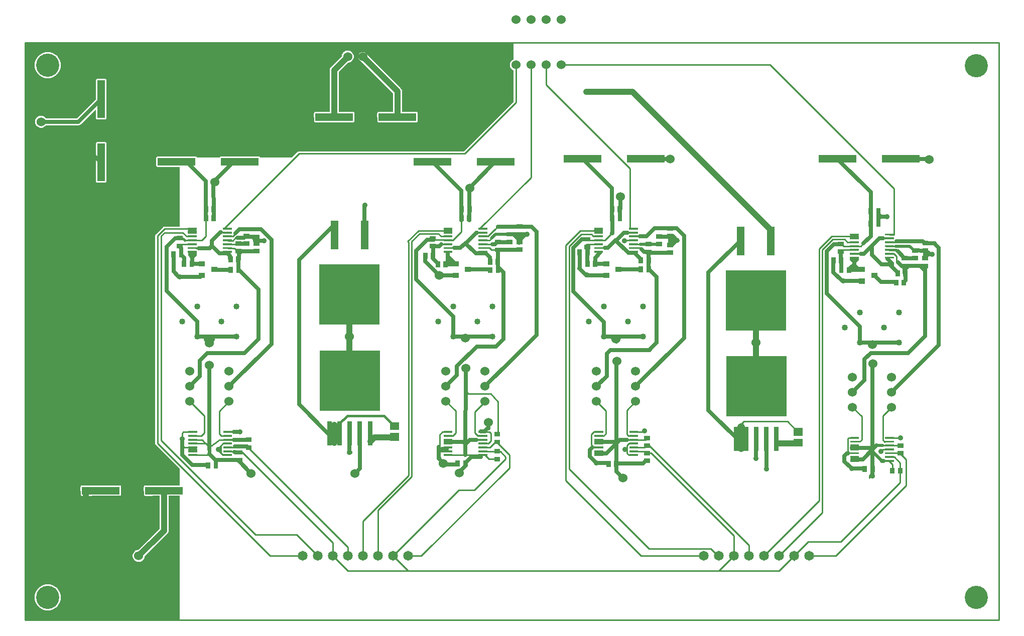
<source format=gbr>
G04 start of page 2 for group 0 idx 0 *
G04 Title: (unknown), component *
G04 Creator: pcb 20110918 *
G04 CreationDate: Mon May 14 21:02:36 2012 UTC *
G04 For: mldelibero *
G04 Format: Gerber/RS-274X *
G04 PCB-Dimensions: 2000000 2000000 *
G04 PCB-Coordinate-Origin: lower left *
%MOIN*%
%FSLAX25Y25*%
%LNTOP*%
%ADD32C,0.0450*%
%ADD31C,0.0230*%
%ADD30C,0.1500*%
%ADD29C,0.0350*%
%ADD28C,0.1540*%
%ADD27C,0.0360*%
%ADD26R,0.0512X0.0512*%
%ADD25R,0.0300X0.0300*%
%ADD24R,0.0500X0.0500*%
%ADD23R,0.0130X0.0130*%
%ADD22R,0.0340X0.0340*%
%ADD21R,0.0295X0.0295*%
%ADD20C,0.0650*%
%ADD19C,0.0600*%
%ADD18C,0.0500*%
%ADD17C,0.0150*%
%ADD16C,0.0200*%
%ADD15C,0.0300*%
%ADD14C,0.0400*%
%ADD13C,0.0250*%
%ADD12C,0.0001*%
%ADD11C,0.0100*%
G54D11*X74100Y1553000D02*X720700D01*
Y1936800D01*
X74100D02*X720700D01*
X74100D02*Y1553000D01*
G54D12*G36*
X124600Y1936800D02*X176900D01*
Y1861196D01*
X162043Y1861191D01*
X161890Y1861154D01*
X161745Y1861094D01*
X161610Y1861012D01*
X161491Y1860909D01*
X161388Y1860790D01*
X161306Y1860655D01*
X161246Y1860510D01*
X161209Y1860357D01*
X161200Y1860200D01*
X161209Y1855043D01*
X161246Y1854890D01*
X161306Y1854745D01*
X161388Y1854610D01*
X161491Y1854491D01*
X161610Y1854388D01*
X161745Y1854306D01*
X161890Y1854246D01*
X162043Y1854209D01*
X162200Y1854200D01*
X176900Y1854205D01*
Y1814577D01*
X167900D01*
X167789Y1814570D01*
X167677Y1814577D01*
X166759D01*
X166700Y1814582D01*
X166465Y1814563D01*
X166235Y1814508D01*
X166017Y1814418D01*
X165816Y1814294D01*
X165815Y1814294D01*
X165636Y1814141D01*
X165598Y1814096D01*
X160932Y1809430D01*
X160887Y1809392D01*
X160734Y1809212D01*
X160610Y1809011D01*
X160520Y1808793D01*
X160465Y1808563D01*
X160465Y1808563D01*
X160446Y1808328D01*
X160451Y1808269D01*
Y1670659D01*
X160446Y1670600D01*
X160465Y1670365D01*
X160520Y1670135D01*
X160610Y1669917D01*
X160734Y1669716D01*
X160887Y1669536D01*
X160932Y1669498D01*
X176900Y1653530D01*
Y1642599D01*
X153743Y1642591D01*
X153590Y1642554D01*
X153445Y1642494D01*
X153310Y1642412D01*
X153191Y1642309D01*
X153088Y1642190D01*
X153006Y1642055D01*
X152946Y1641910D01*
X152909Y1641757D01*
X152900Y1641600D01*
X152909Y1636443D01*
X152946Y1636290D01*
X153006Y1636145D01*
X153088Y1636010D01*
X153191Y1635891D01*
X153310Y1635788D01*
X153445Y1635706D01*
X153590Y1635646D01*
X153743Y1635609D01*
X153900Y1635600D01*
X163400Y1635603D01*
Y1613843D01*
X149250Y1599693D01*
X148872Y1599663D01*
X148260Y1599516D01*
X147678Y1599275D01*
X147142Y1598946D01*
X146663Y1598537D01*
X146254Y1598058D01*
X145925Y1597522D01*
X145684Y1596940D01*
X145537Y1596328D01*
X145488Y1595700D01*
X145537Y1595072D01*
X145684Y1594460D01*
X145925Y1593878D01*
X146254Y1593342D01*
X146663Y1592863D01*
X147142Y1592454D01*
X147678Y1592125D01*
X148260Y1591884D01*
X148872Y1591737D01*
X149500Y1591688D01*
X150128Y1591737D01*
X150740Y1591884D01*
X151322Y1592125D01*
X151858Y1592454D01*
X152337Y1592863D01*
X152746Y1593342D01*
X153075Y1593878D01*
X153316Y1594460D01*
X153463Y1595072D01*
X153485Y1595442D01*
X168438Y1610396D01*
X168528Y1610472D01*
X168834Y1610831D01*
X168835Y1610831D01*
X169081Y1611234D01*
X169262Y1611670D01*
X169372Y1612129D01*
X169409Y1612600D01*
X169400Y1612718D01*
Y1635606D01*
X176900Y1635608D01*
Y1553100D01*
X124600D01*
Y1635605D01*
X137057Y1635609D01*
X137210Y1635646D01*
X137355Y1635706D01*
X137490Y1635788D01*
X137609Y1635891D01*
X137712Y1636010D01*
X137794Y1636145D01*
X137854Y1636290D01*
X137891Y1636443D01*
X137900Y1636600D01*
X137891Y1641757D01*
X137854Y1641910D01*
X137794Y1642055D01*
X137712Y1642190D01*
X137609Y1642309D01*
X137490Y1642412D01*
X137355Y1642494D01*
X137210Y1642554D01*
X137057Y1642591D01*
X136900Y1642600D01*
X124600Y1642595D01*
Y1843704D01*
X127257Y1843709D01*
X127410Y1843746D01*
X127555Y1843806D01*
X127690Y1843888D01*
X127809Y1843991D01*
X127912Y1844110D01*
X127994Y1844245D01*
X128054Y1844390D01*
X128091Y1844543D01*
X128100Y1844700D01*
X128091Y1869857D01*
X128054Y1870010D01*
X127994Y1870155D01*
X127912Y1870290D01*
X127809Y1870409D01*
X127690Y1870512D01*
X127555Y1870594D01*
X127410Y1870654D01*
X127257Y1870691D01*
X127100Y1870700D01*
X124600Y1870696D01*
Y1885704D01*
X127257Y1885709D01*
X127410Y1885746D01*
X127555Y1885806D01*
X127690Y1885888D01*
X127809Y1885991D01*
X127912Y1886110D01*
X127994Y1886245D01*
X128054Y1886390D01*
X128091Y1886543D01*
X128100Y1886700D01*
X128091Y1911857D01*
X128054Y1912010D01*
X127994Y1912155D01*
X127912Y1912290D01*
X127809Y1912409D01*
X127690Y1912512D01*
X127555Y1912594D01*
X127410Y1912654D01*
X127257Y1912691D01*
X127100Y1912700D01*
X124600Y1912696D01*
Y1936800D01*
G37*
G36*
X89087Y1881850D02*X109412D01*
X109500Y1881843D01*
X109853Y1881871D01*
X109853Y1881871D01*
X110197Y1881954D01*
X110525Y1882089D01*
X110827Y1882274D01*
X111096Y1882504D01*
X111153Y1882571D01*
X121107Y1892525D01*
X121109Y1886543D01*
X121146Y1886390D01*
X121206Y1886245D01*
X121288Y1886110D01*
X121391Y1885991D01*
X121510Y1885888D01*
X121645Y1885806D01*
X121790Y1885746D01*
X121943Y1885709D01*
X122100Y1885700D01*
X124600Y1885704D01*
Y1870696D01*
X121943Y1870691D01*
X121790Y1870654D01*
X121645Y1870594D01*
X121510Y1870512D01*
X121391Y1870409D01*
X121288Y1870290D01*
X121206Y1870155D01*
X121146Y1870010D01*
X121109Y1869857D01*
X121100Y1869700D01*
X121109Y1844543D01*
X121146Y1844390D01*
X121206Y1844245D01*
X121288Y1844110D01*
X121391Y1843991D01*
X121510Y1843888D01*
X121645Y1843806D01*
X121790Y1843746D01*
X121943Y1843709D01*
X122100Y1843700D01*
X124600Y1843704D01*
Y1642595D01*
X111743Y1642591D01*
X111590Y1642554D01*
X111445Y1642494D01*
X111310Y1642412D01*
X111191Y1642309D01*
X111088Y1642190D01*
X111006Y1642055D01*
X110946Y1641910D01*
X110909Y1641757D01*
X110900Y1641600D01*
X110909Y1636443D01*
X110946Y1636290D01*
X111006Y1636145D01*
X111088Y1636010D01*
X111191Y1635891D01*
X111310Y1635788D01*
X111445Y1635706D01*
X111590Y1635646D01*
X111743Y1635609D01*
X111900Y1635600D01*
X124600Y1635605D01*
Y1553100D01*
X89087D01*
Y1559374D01*
X89100Y1559373D01*
X90465Y1559481D01*
X91797Y1559800D01*
X93062Y1560324D01*
X94230Y1561040D01*
X95271Y1561929D01*
X96160Y1562970D01*
X96876Y1564138D01*
X97400Y1565403D01*
X97719Y1566735D01*
X97800Y1568100D01*
X97719Y1569465D01*
X97400Y1570797D01*
X96876Y1572062D01*
X96160Y1573230D01*
X95271Y1574271D01*
X94230Y1575160D01*
X93062Y1575876D01*
X91797Y1576400D01*
X90465Y1576719D01*
X89100Y1576827D01*
X89087Y1576826D01*
Y1881850D01*
G37*
G36*
Y1936800D02*X124600D01*
Y1912696D01*
X121943Y1912691D01*
X121790Y1912654D01*
X121645Y1912594D01*
X121510Y1912512D01*
X121391Y1912409D01*
X121288Y1912290D01*
X121206Y1912155D01*
X121146Y1912010D01*
X121109Y1911857D01*
X121100Y1911700D01*
X121105Y1898887D01*
X108568Y1886350D01*
X89087D01*
Y1913074D01*
X89100Y1913073D01*
X90465Y1913181D01*
X91797Y1913500D01*
X93062Y1914024D01*
X94230Y1914740D01*
X95271Y1915629D01*
X96160Y1916670D01*
X96876Y1917838D01*
X97400Y1919103D01*
X97719Y1920435D01*
X97800Y1921800D01*
X97719Y1923165D01*
X97400Y1924497D01*
X96876Y1925762D01*
X96160Y1926930D01*
X95271Y1927971D01*
X94230Y1928860D01*
X93062Y1929576D01*
X91797Y1930100D01*
X90465Y1930419D01*
X89100Y1930527D01*
X89087Y1930526D01*
Y1936800D01*
G37*
G36*
X74100D02*X89087D01*
Y1930526D01*
X87735Y1930419D01*
X86403Y1930100D01*
X85138Y1929576D01*
X83970Y1928860D01*
X82929Y1927971D01*
X82040Y1926930D01*
X81324Y1925762D01*
X80800Y1924497D01*
X80481Y1923165D01*
X80373Y1921800D01*
X80481Y1920435D01*
X80800Y1919103D01*
X81324Y1917838D01*
X82040Y1916670D01*
X82929Y1915629D01*
X83970Y1914740D01*
X85138Y1914024D01*
X86403Y1913500D01*
X87735Y1913181D01*
X89087Y1913074D01*
Y1886350D01*
X88074D01*
X87946Y1886558D01*
X87537Y1887037D01*
X87058Y1887446D01*
X86522Y1887775D01*
X85940Y1888016D01*
X85328Y1888163D01*
X84700Y1888212D01*
X84072Y1888163D01*
X83460Y1888016D01*
X82878Y1887775D01*
X82342Y1887446D01*
X81863Y1887037D01*
X81454Y1886558D01*
X81125Y1886022D01*
X80884Y1885440D01*
X80737Y1884828D01*
X80688Y1884200D01*
X80737Y1883572D01*
X80884Y1882960D01*
X81125Y1882378D01*
X81454Y1881842D01*
X81863Y1881363D01*
X82342Y1880954D01*
X82878Y1880625D01*
X83460Y1880384D01*
X84072Y1880237D01*
X84700Y1880188D01*
X85328Y1880237D01*
X85940Y1880384D01*
X86522Y1880625D01*
X87058Y1880954D01*
X87537Y1881363D01*
X87946Y1881842D01*
X87951Y1881850D01*
X89087D01*
Y1576826D01*
X87735Y1576719D01*
X86403Y1576400D01*
X85138Y1575876D01*
X83970Y1575160D01*
X82929Y1574271D01*
X82040Y1573230D01*
X81324Y1572062D01*
X80800Y1570797D01*
X80481Y1569465D01*
X80373Y1568100D01*
X80481Y1566735D01*
X80800Y1565403D01*
X81324Y1564138D01*
X82040Y1562970D01*
X82929Y1561929D01*
X83970Y1561040D01*
X85138Y1560324D01*
X86403Y1559800D01*
X87735Y1559481D01*
X89087Y1559374D01*
Y1553100D01*
X74100D01*
Y1936800D01*
G37*
G36*
X315095Y1906462D02*X318400Y1903157D01*
Y1890794D01*
X315095Y1890793D01*
Y1906462D01*
G37*
G36*
Y1936800D02*X398300D01*
Y1925625D01*
X398178Y1925575D01*
X397642Y1925246D01*
X397163Y1924837D01*
X396754Y1924358D01*
X396425Y1923822D01*
X396184Y1923240D01*
X396037Y1922628D01*
X395988Y1922000D01*
X396037Y1921372D01*
X396184Y1920760D01*
X396425Y1920178D01*
X396754Y1919642D01*
X397163Y1919163D01*
X397642Y1918754D01*
X398178Y1918425D01*
X398300Y1918375D01*
Y1897521D01*
X365379Y1864600D01*
X315095D01*
Y1883802D01*
X334057Y1883809D01*
X334210Y1883846D01*
X334355Y1883906D01*
X334490Y1883988D01*
X334609Y1884091D01*
X334712Y1884210D01*
X334794Y1884345D01*
X334854Y1884490D01*
X334891Y1884643D01*
X334900Y1884800D01*
X334891Y1889957D01*
X334854Y1890110D01*
X334794Y1890255D01*
X334712Y1890390D01*
X334609Y1890509D01*
X334490Y1890612D01*
X334355Y1890694D01*
X334210Y1890754D01*
X334057Y1890791D01*
X333900Y1890800D01*
X324400Y1890797D01*
Y1904282D01*
X324409Y1904400D01*
X324372Y1904871D01*
X324262Y1905330D01*
X324081Y1905766D01*
X323835Y1906169D01*
X323528Y1906528D01*
X323438Y1906604D01*
X315095Y1914947D01*
Y1936800D01*
G37*
G36*
X279400D02*X315095D01*
Y1914947D01*
X300421Y1929621D01*
X300069Y1929935D01*
X299666Y1930181D01*
X299230Y1930362D01*
X298771Y1930472D01*
X298300Y1930509D01*
X297829Y1930472D01*
X297370Y1930362D01*
X296934Y1930181D01*
X296531Y1929935D01*
X296172Y1929628D01*
X295865Y1929269D01*
X295619Y1928866D01*
X295438Y1928430D01*
X295328Y1927971D01*
X295291Y1927500D01*
X295328Y1927029D01*
X295438Y1926570D01*
X295619Y1926134D01*
X295865Y1925731D01*
X296179Y1925379D01*
X315095Y1906462D01*
Y1890793D01*
X308743Y1890791D01*
X308590Y1890754D01*
X308445Y1890694D01*
X308310Y1890612D01*
X308191Y1890509D01*
X308088Y1890390D01*
X308006Y1890255D01*
X307946Y1890110D01*
X307909Y1889957D01*
X307900Y1889800D01*
X307909Y1884643D01*
X307946Y1884490D01*
X308006Y1884345D01*
X308088Y1884210D01*
X308191Y1884091D01*
X308310Y1883988D01*
X308445Y1883906D01*
X308590Y1883846D01*
X308743Y1883809D01*
X308900Y1883800D01*
X315095Y1883802D01*
Y1864600D01*
X279400D01*
Y1883805D01*
X292057Y1883809D01*
X292210Y1883846D01*
X292355Y1883906D01*
X292490Y1883988D01*
X292609Y1884091D01*
X292712Y1884210D01*
X292794Y1884345D01*
X292854Y1884490D01*
X292891Y1884643D01*
X292900Y1884800D01*
X292891Y1889957D01*
X292854Y1890110D01*
X292794Y1890255D01*
X292712Y1890390D01*
X292609Y1890509D01*
X292490Y1890612D01*
X292355Y1890694D01*
X292210Y1890754D01*
X292057Y1890791D01*
X291900Y1890800D01*
X282400Y1890797D01*
Y1917357D01*
X288550Y1923507D01*
X288928Y1923537D01*
X289540Y1923684D01*
X290122Y1923925D01*
X290658Y1924254D01*
X291137Y1924663D01*
X291546Y1925142D01*
X291875Y1925678D01*
X292116Y1926260D01*
X292263Y1926872D01*
X292300Y1927500D01*
X292263Y1928128D01*
X292116Y1928740D01*
X291875Y1929322D01*
X291546Y1929858D01*
X291137Y1930337D01*
X290658Y1930746D01*
X290122Y1931075D01*
X289540Y1931316D01*
X288928Y1931463D01*
X288300Y1931512D01*
X287672Y1931463D01*
X287060Y1931316D01*
X286478Y1931075D01*
X285942Y1930746D01*
X285463Y1930337D01*
X285054Y1929858D01*
X284725Y1929322D01*
X284484Y1928740D01*
X284337Y1928128D01*
X284307Y1927750D01*
X279400Y1922843D01*
Y1936800D01*
G37*
G36*
X176900D02*X279400D01*
Y1922843D01*
X277362Y1920804D01*
X277272Y1920728D01*
X276965Y1920369D01*
X276719Y1919966D01*
X276538Y1919530D01*
X276428Y1919071D01*
X276428Y1919070D01*
X276391Y1918600D01*
X276400Y1918482D01*
Y1890794D01*
X266743Y1890791D01*
X266590Y1890754D01*
X266445Y1890694D01*
X266310Y1890612D01*
X266191Y1890509D01*
X266088Y1890390D01*
X266006Y1890255D01*
X265946Y1890110D01*
X265909Y1889957D01*
X265900Y1889800D01*
X265909Y1884643D01*
X265946Y1884490D01*
X266006Y1884345D01*
X266088Y1884210D01*
X266191Y1884091D01*
X266310Y1883988D01*
X266445Y1883906D01*
X266590Y1883846D01*
X266743Y1883809D01*
X266900Y1883800D01*
X279400Y1883805D01*
Y1864600D01*
X256193D01*
X256134Y1864605D01*
X255899Y1864586D01*
X255669Y1864531D01*
X255451Y1864441D01*
X255250Y1864317D01*
X255249Y1864317D01*
X255070Y1864164D01*
X255032Y1864119D01*
X251213Y1860300D01*
X230191D01*
X230191Y1860357D01*
X230154Y1860510D01*
X230094Y1860655D01*
X230012Y1860790D01*
X229909Y1860909D01*
X229790Y1861012D01*
X229655Y1861094D01*
X229510Y1861154D01*
X229357Y1861191D01*
X229200Y1861200D01*
X204043Y1861191D01*
X203890Y1861154D01*
X203745Y1861094D01*
X203610Y1861012D01*
X203491Y1860909D01*
X203388Y1860790D01*
X203306Y1860655D01*
X203246Y1860510D01*
X203209Y1860357D01*
X203206Y1860300D01*
X188191D01*
X188191Y1860357D01*
X188154Y1860510D01*
X188094Y1860655D01*
X188012Y1860790D01*
X187909Y1860909D01*
X187790Y1861012D01*
X187655Y1861094D01*
X187510Y1861154D01*
X187357Y1861191D01*
X187200Y1861200D01*
X176900Y1861196D01*
Y1936800D01*
G37*
G54D11*X400000Y1897100D02*Y1922000D01*
X366000Y1863100D02*X400000Y1897100D01*
G54D13*X369000Y1820692D02*X369100Y1820792D01*
G54D11*X387819Y1814500D02*X389000D01*
G54D13*X369059Y1840259D02*X386500Y1857700D01*
X369059Y1818792D02*Y1840259D01*
X401808Y1814500D02*X387960D01*
G54D11*X256134Y1863100D02*X366000D01*
X206111Y1813077D02*X256134Y1863100D01*
G54D13*X299500Y1815800D02*Y1828800D01*
X363841Y1838359D02*X344500Y1857700D01*
X363841Y1818692D02*Y1838359D01*
X216312Y1812759D02*X230869D01*
G54D14*X288300Y1927500D02*X279400Y1918600D01*
X298300Y1927500D02*X321400Y1904400D01*
Y1887300D01*
X279400Y1918600D02*Y1887300D01*
G54D13*X237749Y1801700D02*Y1805814D01*
X230869Y1812759D02*X237700Y1805928D01*
X232700Y1805200D02*X226700D01*
X227200Y1805700D02*X225200Y1807700D01*
X227700Y1803751D02*Y1807200D01*
X227208Y1803259D02*X227700Y1803751D01*
X219375Y1806985D02*X215200D01*
X217641Y1798141D02*X216200Y1796700D01*
X227208Y1798141D02*X217641D01*
G54D11*X215208Y1803259D02*X214649Y1802700D01*
G54D13*X220708Y1803200D02*X215700D01*
X220708Y1808318D02*X219375Y1806985D01*
X225200Y1807700D02*X221200D01*
G54D11*X212076Y1805200D02*X208700D01*
X214649Y1802700D02*X209200D01*
X213149Y1800200D02*X208700D01*
X215208Y1798141D02*X213149Y1800200D01*
G54D13*X216312Y1812759D02*X213700Y1810147D01*
G54D11*X211959Y1807959D02*X214200Y1810200D01*
X210717Y1807959D02*X211959D01*
X213861Y1806985D02*X212076Y1805200D01*
X215200Y1806985D02*X213861D01*
G54D13*X210200Y1795200D02*X208700Y1796700D01*
X210200Y1793574D02*Y1795200D01*
X210582Y1793192D02*X210200Y1793574D01*
X216200Y1792700D02*Y1798200D01*
X215700Y1792200D02*X216200Y1792700D01*
X215700Y1786251D02*Y1792200D01*
X107500Y1874100D02*X124500Y1857100D01*
X84600Y1874100D02*X107500D01*
X109500Y1884100D02*X124500Y1899100D01*
X84600Y1884100D02*X109500D01*
G54D11*X568900Y1922000D02*X430000D01*
X420000Y1908779D02*Y1922000D01*
X475811Y1852968D02*X420000Y1908779D01*
G54D13*X463900Y1840000D02*X444400Y1859500D01*
G54D14*X569400Y1812000D02*X477400Y1904000D01*
X446600D01*
G54D13*X469300Y1826382D02*Y1834500D01*
X469018Y1826100D02*X469300Y1826382D01*
X469018Y1820733D02*Y1826100D01*
X463900Y1820241D02*Y1840000D01*
G54D11*X475811Y1813077D02*Y1852968D01*
G54D13*X502400Y1859500D02*X486400D01*
X502500Y1859400D02*X502400Y1859500D01*
X469059Y1820692D02*X469018Y1820733D01*
X463941Y1820200D02*X463900Y1820241D01*
X463941Y1810241D02*Y1820200D01*
X463900Y1810200D02*X463941Y1810241D01*
G54D11*X459100Y1805400D02*X463900Y1810200D01*
X452583Y1805400D02*X459100D01*
X482559Y1807959D02*X478114D01*
X475811Y1810518D02*X473200D01*
G54D13*X471618D02*X473971D01*
X466356Y1805256D02*X471618Y1810518D01*
G54D11*X442882Y1811900D02*X433100Y1802118D01*
X443388Y1809577D02*X435300Y1801489D01*
X452900Y1811900D02*X442882D01*
X450104Y1809577D02*X443388D01*
G54D13*X456500Y1811900D02*X453200D01*
G54D11*X447849Y1802841D02*X454886D01*
X446908Y1801900D02*X447849Y1802841D01*
X451722Y1807959D02*X450104Y1809577D01*
X452583Y1807959D02*X451722D01*
G54D13*X443818Y1806118D02*X447500D01*
G54D11*X452583Y1807959D02*X451224D01*
X448526Y1805400D02*X454886D01*
X446908Y1807018D02*X448526Y1805400D01*
G54D13*X506682Y1813318D02*X502200D01*
X501908D02*X492100D01*
X511700Y1808300D02*X506682Y1813318D01*
G54D15*X507200Y1805400D02*X502700D01*
G54D13*X504300Y1808000D02*X502400D01*
X506900Y1805400D02*X504300Y1808000D01*
X502118Y1807918D02*X495000D01*
X502400Y1808200D02*X502118Y1807918D01*
X502400Y1802810D02*Y1808200D01*
X501908Y1802318D02*X502400Y1802810D01*
G54D11*X483477Y1802841D02*X478114D01*
X483500Y1802818D02*X483477Y1802841D01*
X472400Y1805400D02*X478114D01*
X472200Y1805200D02*X472400Y1805400D01*
G54D16*X494490Y1802818D02*X482293D01*
G54D13*X494508Y1802800D02*X494490Y1802818D01*
X486782Y1808000D02*X482320D01*
X492100Y1813318D02*X486782Y1808000D01*
X279500Y1815800D02*X256000Y1792300D01*
G54D11*X348500Y1809800D02*X336000D01*
X350341Y1807959D02*X348500Y1809800D01*
X352583Y1807959D02*X350341D01*
G54D13*X341109Y1805809D02*X345291D01*
G54D11*X352174D02*X344800D01*
X352583Y1805400D02*X352174Y1805809D01*
X352583Y1802841D02*X350100D01*
G54D13*X349141Y1801541D02*X350400Y1802800D01*
X344959Y1801541D02*X349141D01*
X344959Y1793233D02*Y1801541D01*
G54D11*X336000Y1809800D02*X330900Y1804700D01*
G54D13*X333900Y1798600D02*X341109Y1805809D01*
X333900Y1779400D02*Y1798600D01*
X339841Y1791315D02*Y1795200D01*
X339800Y1791274D02*X339841Y1791315D01*
X348974Y1782100D02*X339800Y1791274D01*
X348200Y1789992D02*X344959Y1793233D01*
X354700Y1796900D02*Y1791374D01*
X359700Y1789900D02*X354700Y1794900D01*
X359700Y1782100D02*X348974D01*
X356300Y1789500D02*Y1791000D01*
X353318Y1789992D02*X354700Y1791374D01*
X359300Y1789500D02*X353318D01*
X359700Y1789900D02*X359300Y1789500D01*
X391700Y1784200D02*X388059Y1787841D01*
X382849Y1786000D02*X368200D01*
X382941Y1786092D02*X382849Y1786000D01*
X388059Y1791159D02*Y1785600D01*
X388018Y1791200D02*X388059Y1791159D01*
X401808Y1799100D02*X388000D01*
X401908Y1799200D02*X401808Y1799100D01*
G54D11*X363841Y1811191D02*Y1818300D01*
X385919Y1812600D02*X387819Y1814500D01*
X381278Y1807959D02*X386050Y1812731D01*
X375811Y1807959D02*X381278D01*
X358050Y1805400D02*X363841Y1811191D01*
X352583Y1805400D02*X358050D01*
G54D13*X356500Y1811700D02*X353300D01*
G54D11*X352583Y1800282D02*X361900D01*
G54D13*X363182D02*X359029D01*
X366500Y1803600D02*X363182Y1800282D01*
G54D11*X375811Y1810518D02*X373550D01*
G54D13*X373718D02*X373971D01*
X366650Y1803450D02*X373718Y1810518D01*
X386116Y1802826D02*X384572D01*
G54D16*X386574Y1809418D02*X383900Y1806744D01*
G54D13*X387508Y1804218D02*X386116Y1802826D01*
G54D11*X382556Y1805400D02*X384278Y1807122D01*
X375811Y1805400D02*X382556D01*
G54D13*X373400Y1796700D02*X366500Y1803600D01*
X376500Y1796700D02*X373400D01*
X382900Y1794000D02*X380000Y1796900D01*
X382900Y1791692D02*Y1794000D01*
X388018Y1798590D02*Y1791200D01*
X387508Y1799100D02*X388018Y1798590D01*
G54D11*X383600Y1799100D02*X388900D01*
X382418Y1800282D02*X383600Y1799100D01*
G54D13*X379800Y1796700D02*X376400D01*
X380000Y1796900D02*X379800Y1796700D01*
G54D11*X375811Y1800282D02*X382418D01*
X384557Y1802841D02*X378114D01*
X384572Y1802826D02*X384557Y1802841D01*
G54D13*X395226Y1804218D02*X388000D01*
G54D16*X395308Y1809418D02*X386574D01*
G54D13*X395308Y1804300D02*X395226Y1804218D01*
X642059Y1821000D02*X640759Y1819700D01*
X646300Y1821000D02*X642059D01*
X642459D02*X640759Y1822700D01*
X646300Y1821000D02*X642459D01*
X640759Y1817033D02*Y1824700D01*
X640718Y1816992D02*X640759Y1817033D01*
G54D11*X651100Y1809100D02*Y1839800D01*
X648191Y1809100D02*X651100D01*
X648014Y1809277D02*X648191Y1809100D01*
X645711Y1809277D02*X648014D01*
X652088Y1804099D02*X648500D01*
X652889Y1804900D02*X652088Y1804099D01*
G54D13*X635641Y1817033D02*Y1824700D01*
G54D11*X644100Y1806718D02*X648014D01*
G54D13*X641518D02*X643871D01*
X674300Y1859000D02*X673700Y1859600D01*
G54D11*X645500D02*X646100Y1859000D01*
X651100Y1839800D02*X568900Y1922000D01*
G54D13*X678037Y1803463D02*X672163D01*
X680700Y1800300D02*X678037Y1802963D01*
X671408Y1803718D02*X670226Y1804900D01*
X652889D01*
G54D16*X661526Y1801600D02*X660000D01*
G54D11*X645711D02*X656000D01*
G54D16*X661526D02*X652157D01*
G54D13*X673700Y1859600D02*X655500D01*
X635641Y1837459D02*X613500Y1859600D01*
X635641Y1825192D02*Y1837459D01*
G54D11*X609582Y1808100D02*X601400Y1799918D01*
X610311Y1806000D02*X603500Y1799189D01*
G54D13*X611118Y1802918D02*X606300Y1798100D01*
G54D11*X622500Y1808100D02*X609582D01*
X618283Y1806000D02*X610311D01*
X620124Y1804159D02*X618283Y1806000D01*
G54D13*X615308Y1802918D02*X611118D01*
X635600Y1816992D02*X635641Y1817033D01*
X635600Y1808000D02*Y1816500D01*
X630900Y1803300D02*X635600Y1808000D01*
G54D11*X629200Y1801600D02*X630900Y1803300D01*
G54D13*X631200Y1796400D02*X641518Y1806718D01*
X631200Y1796400D02*X629051D01*
G54D11*X622809Y1807791D02*X622500Y1808100D01*
G54D13*X623100Y1807800D02*X626500Y1807900D01*
G54D11*X622483Y1804159D02*X620124D01*
X622483Y1801600D02*X629200D01*
X617610D02*X624786D01*
X616292Y1802918D02*X617610Y1801600D01*
X554800Y1602900D02*Y1595700D01*
X544800Y1609100D02*Y1595700D01*
X534150D02*X534800D01*
X529400Y1600450D02*X534150Y1595700D01*
X615859Y1605100D02*X594200D01*
X564800Y1596225D02*Y1595700D01*
X488859Y1668841D02*X554800Y1602900D01*
X489841Y1664059D02*X544800Y1609100D01*
X488250Y1600450D02*X529400D01*
X544800Y1595700D02*X534800Y1585700D01*
X594200Y1605100D02*X574800Y1585700D01*
X603500Y1624400D02*X574800Y1595700D01*
X584800Y1592900D02*Y1595700D01*
X601400Y1632300D02*X564800Y1595700D01*
X601400Y1677300D02*Y1632300D01*
G54D13*X566300Y1653400D02*Y1673300D01*
G54D14*X587900Y1670500D02*X573900D01*
G54D11*X587900Y1677500D02*X580400Y1685000D01*
X551400D01*
X603500Y1799189D02*Y1624400D01*
X594800Y1595700D02*X612400D01*
X601400Y1799918D02*Y1677325D01*
G54D13*X610882Y1792592D02*Y1784174D01*
X606300Y1770100D02*Y1798000D01*
G54D11*X620683Y1663941D02*X624886D01*
X621559D02*X624886D01*
X629600Y1688300D02*Y1672900D01*
X620542Y1663800D02*X620683Y1663941D01*
G54D13*X619900Y1663800D02*X620542D01*
X618200Y1662100D02*X619900Y1663800D01*
X618200Y1658600D02*Y1662100D01*
X622908Y1653892D02*X618200Y1658600D01*
X631700Y1653892D02*X622908D01*
X630400Y1659900D02*X623300D01*
G54D11*X620300Y1665200D02*X621559Y1663941D01*
X644032Y1658823D02*X648114D01*
X644009Y1658800D02*X644032Y1658823D01*
G54D13*X639559Y1669059D02*X630400Y1659900D01*
X635500Y1667500D02*X623050D01*
X636900Y1666100D02*X635500Y1667500D01*
G54D16*X639559Y1669059D02*X643848D01*
X636900Y1665100D02*X643200Y1658800D01*
G54D13*X636900Y1666400D02*Y1665100D01*
G54D11*X620300Y1673600D02*Y1665200D01*
X620900Y1674200D02*X620300Y1673600D01*
X622560Y1674200D02*X620900D01*
X622583Y1674177D02*X622560Y1674200D01*
X628318Y1671618D02*X624886D01*
X629600Y1672900D02*X628318Y1671618D01*
X651278Y1661382D02*X648114D01*
X654808Y1663941D02*X648114D01*
X643800Y1666500D02*X648114D01*
X642400Y1665100D02*X643800Y1666500D01*
G54D13*X643200Y1658800D02*X644009D01*
G54D11*X643600Y1669059D02*X654808D01*
X655477Y1674177D02*X648114D01*
X655500Y1674200D02*X655477Y1674177D01*
X644918Y1671618D02*X648114D01*
X644900Y1671600D02*X644918Y1671618D01*
X643600Y1672900D02*X644900Y1671600D01*
X643600Y1688700D02*Y1672900D01*
X649400Y1694500D02*X643600Y1688700D01*
X623400Y1694500D02*X629600Y1688300D01*
G54D13*X636900Y1724700D02*Y1650400D01*
X631400Y1726300D02*X635600Y1730500D01*
X631400Y1712500D02*Y1726300D01*
X623400Y1704500D02*X631400Y1712500D01*
G54D11*X616941Y1799041D02*X615800Y1797900D01*
G54D13*Y1792300D02*Y1797800D01*
X616000Y1792100D02*X615800Y1792300D01*
X616000Y1786174D02*Y1792100D01*
X616082Y1786092D02*X616000Y1786174D01*
G54D11*X622483Y1799041D02*X616941D01*
G54D13*X621200Y1786092D02*X624700Y1789592D01*
X621200Y1786092D02*X621300Y1786192D01*
G54D15*X621208Y1786100D02*X629900D01*
G54D13*X621200Y1786092D02*X621208Y1786100D01*
X616756Y1778300D02*X629900D01*
X610882Y1784174D02*X616756Y1778300D01*
X624700Y1788900D02*Y1791600D01*
X627500Y1786100D02*X624700Y1788900D01*
X628400Y1748000D02*X606300Y1770100D01*
X628400Y1737500D02*Y1748000D01*
Y1737500D02*X654400D01*
G54D11*X655159Y1644400D02*X615859Y1605100D01*
X612400Y1595700D02*X659100Y1642400D01*
X636400Y1650800D02*X636900D01*
X634800Y1649200D02*X636400Y1650800D01*
X634800Y1647600D02*Y1649200D01*
X655159Y1652792D02*Y1644359D01*
X659100Y1659649D02*Y1642400D01*
X654808Y1663941D02*X659100Y1659649D01*
X655159Y1652300D02*X655100Y1652241D01*
X655159Y1657459D02*Y1652300D01*
X655180Y1657480D02*X655159Y1657459D01*
X650041Y1656405D02*X647623Y1658823D01*
X650041Y1652792D02*Y1656405D01*
X655159Y1657501D02*X651278Y1661382D01*
G54D13*X636900Y1737400D02*Y1736000D01*
X637000Y1737500D02*X636900Y1737400D01*
X635600Y1730500D02*X660500D01*
X649400Y1704500D02*X680700Y1735800D01*
X660500Y1730500D02*X671682Y1741682D01*
X680700Y1735800D02*Y1800300D01*
X671682Y1741682D02*Y1788382D01*
Y1785000D02*X668600Y1788082D01*
X671190Y1788382D02*X671108Y1788300D01*
X673703Y1796000D02*X671703Y1794000D01*
X676500Y1796000D02*X673703D01*
X674992D02*X676500D01*
X672392Y1798600D02*X674992Y1796000D01*
X671900Y1798600D02*X671682Y1793500D01*
X664508Y1798618D02*X671900Y1798600D01*
G54D16*X664508Y1798618D02*X661526Y1801600D01*
G54D13*X664508Y1793500D02*X658200D01*
X671108Y1788300D02*X658200D01*
X655918Y1788382D02*X653600Y1790700D01*
X658200Y1788382D02*X655918D01*
X658200Y1793500D02*X653600Y1798100D01*
X636400Y1795700D02*Y1801600D01*
X658200Y1785700D02*X660800Y1788300D01*
X658200Y1783918D02*Y1788382D01*
X658577Y1783541D02*X658200Y1783918D01*
X658577Y1778633D02*Y1783541D01*
X657677Y1777733D02*X658577Y1778633D01*
G54D11*X651178Y1796482D02*X652800Y1794800D01*
Y1791500D02*Y1794800D01*
X653300Y1791000D02*X652800Y1791500D01*
X645711Y1796482D02*X651178D01*
G54D17*X652467Y1799050D02*X648205D01*
G54D11*Y1798850D02*X648014Y1799041D01*
G54D17*X653217Y1798100D02*X652467Y1798850D01*
G54D13*X649846Y1790154D02*X646800Y1793200D01*
X649846Y1787646D02*Y1790154D01*
X648192Y1789300D02*X642800D01*
X653459Y1784033D02*X648192Y1789300D01*
X652559Y1777733D02*X642567D01*
G54D11*X629118Y1796482D02*X624786D01*
G54D13*X626500Y1792800D02*X626400Y1792900D01*
G54D11*X629200Y1796400D02*X629118Y1796482D01*
G54D13*X642800Y1789300D02*X636400Y1795700D01*
X642567Y1777733D02*X638100Y1782200D01*
X624700Y1791300D02*X623100Y1792900D01*
X624700Y1791200D02*X626300Y1792800D01*
X626400Y1792900D02*X623200D01*
X626300Y1792800D02*X626500D01*
X624700Y1789592D02*Y1790300D01*
G54D11*X435300Y1653400D02*X488250Y1600450D01*
G54D13*X466600Y1651800D02*Y1656300D01*
X471100Y1647300D02*X466600Y1651800D01*
X474290Y1657000D02*X466600D01*
X460200Y1663900D02*X453300D01*
G54D11*X483100Y1595700D02*X524800D01*
X288500Y1585700D02*X574800D01*
X433100Y1645700D02*X483100Y1595700D01*
X393200Y1660076D02*X372524Y1639400D01*
X308500Y1626100D02*X330900Y1648500D01*
X308500Y1595700D02*Y1626100D01*
X298500Y1618800D02*X328900Y1649200D01*
X298500Y1595700D02*Y1618800D01*
X288500Y1601349D02*Y1595700D01*
X393200Y1661600D02*Y1660076D01*
X389641Y1665159D02*X393200Y1661600D01*
X387108Y1665159D02*X389641D01*
X318500Y1595700D02*X328500Y1585700D01*
X278500Y1595700D02*X288500Y1585700D01*
X280500Y1595700D02*X278500D01*
Y1604400D02*Y1595700D01*
G54D13*X296300Y1653800D02*X293100Y1650600D01*
X296300Y1654900D02*Y1653800D01*
Y1683500D02*Y1654800D01*
X290000Y1664300D02*X289500Y1664800D01*
Y1672300D01*
G54D11*X395700Y1662849D02*Y1654200D01*
X387108Y1671441D02*X395700Y1662849D01*
X362200Y1639400D02*X362800D01*
X318500Y1595700D02*X362200Y1639400D01*
X337200Y1595700D02*X328500D01*
X395700Y1654200D02*X337200Y1595700D01*
X372524Y1639400D02*X362200D01*
G54D13*X362767Y1651800D02*X366459Y1655492D01*
X361341Y1656508D02*X352492D01*
X366459Y1657492D02*X370567Y1661600D01*
X354100Y1666400D02*X350800D01*
X348800Y1660700D02*Y1668000D01*
X348700Y1660300D02*X349100Y1660700D01*
X352492Y1656508D02*X348700Y1660300D01*
X370567Y1661600D02*X376600D01*
G54D11*X379400Y1662700D02*X377100D01*
X382059Y1660041D02*X379400Y1662700D01*
X387108Y1660041D02*X382059D01*
X222108Y1667741D02*X288500Y1601349D01*
X218441Y1664459D02*X278500Y1604400D01*
X254400Y1609800D02*X251000D01*
X268500Y1595700D02*X254400Y1609800D01*
X227200D02*X254400D01*
X258500Y1595700D02*X236851D01*
X164500Y1672500D02*X227200Y1609800D01*
X236851Y1595700D02*X161951Y1670600D01*
X197900Y1663100D02*X197200Y1663800D01*
G54D17*X187500Y1666500D02*X183200D01*
G54D13*X200459Y1659341D02*X196500Y1663300D01*
X216108Y1659341D02*X200459D01*
G54D11*X202500Y1665573D02*X204436Y1663636D01*
X202500Y1667350D02*Y1665573D01*
X203675Y1668525D02*X202500Y1667350D01*
X203675Y1667675D02*Y1668525D01*
X202500Y1666500D02*X203675Y1667675D01*
X205450Y1662623D02*X208614D01*
X204000Y1664073D02*X205450Y1662623D01*
X204000Y1668850D02*Y1664073D01*
G54D13*X178300Y1662925D02*Y1673400D01*
G54D11*X190918Y1675418D02*X185386D01*
X178300Y1677200D02*Y1669200D01*
X179100Y1678000D02*X178300Y1677200D01*
X185363Y1678000D02*X179100D01*
G54D13*X224000Y1650600D02*X215259Y1659341D01*
X202959D02*X201800D01*
G54D11*X212877Y1665182D02*X208614D01*
X213600Y1664459D02*X212877Y1665182D01*
X213220Y1667741D02*X208614D01*
X213800Y1668320D02*X213220Y1667741D01*
G54D13*X213602Y1664459D02*X213237Y1664823D01*
X216108Y1664459D02*X213602D01*
X221528Y1668320D02*X213381D01*
X216790Y1672859D02*X212757D01*
X222108Y1667741D02*X221528Y1668320D01*
X216808Y1672841D02*X216790Y1672859D01*
X222090Y1672841D02*X217300D01*
X222108Y1672859D02*X222090Y1672841D01*
X216808Y1677959D02*X212785D01*
G54D11*X204400Y1675418D02*X203000Y1676818D01*
X206311Y1675418D02*X204400D01*
G54D13*X185033Y1656192D02*X178300Y1662925D01*
X195641Y1656192D02*X185033D01*
X200759Y1659041D02*X198850Y1660950D01*
X200759Y1656192D02*Y1659041D01*
X215259Y1659341D02*X213500D01*
G54D11*X185386Y1677977D02*X185363Y1678000D01*
X203059Y1672859D02*X208614D01*
X191600Y1672900D02*X185700D01*
X195900Y1668600D02*X191600Y1672900D01*
G54D13*X196500Y1666400D02*Y1671900D01*
G54D11*X193100Y1677600D02*X190918Y1675418D01*
X196823Y1668123D02*X203059Y1672859D01*
X205450Y1670300D02*X204000Y1668850D01*
X206311Y1670300D02*X205450D01*
X183260Y1662800D02*X197400D01*
X183083Y1662623D02*X183260Y1662800D01*
X194100Y1670300D02*X185700D01*
X195300Y1669100D02*X194100Y1670300D01*
X196500Y1663000D02*Y1665200D01*
X195800Y1663900D02*Y1667300D01*
X195000Y1663100D02*X195800Y1663900D01*
X197200Y1663800D02*Y1666900D01*
G54D14*X149500Y1595700D02*X166400Y1612600D01*
G54D11*X179759Y1667741D02*X185386D01*
X178300Y1669200D02*X179759Y1667741D01*
G54D14*X166400Y1612600D02*Y1639100D01*
X114400D02*Y1620800D01*
X139500Y1595700D01*
X559400Y1715500D02*Y1757000D01*
G54D13*Y1660500D02*Y1671000D01*
G54D11*X551400Y1685000D02*X549400Y1683000D01*
Y1681500D01*
G54D18*Y1667500D01*
G54D13*X548400Y1804500D02*X527900Y1784000D01*
Y1692500D01*
X549400Y1671000D01*
X488600Y1797200D02*X502400D01*
X488100Y1797700D02*X488600Y1797200D01*
X488100Y1792259D02*Y1797700D01*
X488159Y1792200D02*X488100Y1792259D01*
X488159Y1786592D02*Y1792200D01*
X490200Y1734000D02*X493500Y1737300D01*
X488800Y1732600D02*X489850Y1733650D01*
G54D11*X486608Y1668841D02*X488859D01*
X486000Y1672859D02*X487100Y1673959D01*
X475911Y1672859D02*X486000D01*
X475911Y1670300D02*X475050D01*
X484577Y1677977D02*X479277D01*
X475911D02*X481378D01*
X485300Y1678700D02*X484577Y1677977D01*
X472641Y1672859D02*X478214D01*
X474882Y1675418D02*X478214D01*
X473700Y1676600D02*X474882Y1675418D01*
X472600Y1672900D02*X472641Y1672859D01*
X473700Y1692500D02*Y1676600D01*
X479500Y1698300D02*X473700Y1692500D01*
X486508Y1664059D02*X489841D01*
G54D13*X486508Y1658941D02*X484567Y1657000D01*
G54D11*X485385Y1665182D02*X478214D01*
X486508Y1664059D02*X485385Y1665182D01*
G54D13*X484567Y1657000D02*X466600D01*
G54D11*X474977Y1662623D02*X478214D01*
X473700Y1663900D02*X474977Y1662623D01*
X485508Y1667741D02*X478214D01*
X486608Y1668841D02*X485508Y1667741D01*
G54D13*X449200Y1666246D02*X450754Y1667800D01*
X449200Y1661625D02*Y1666246D01*
X453533Y1657292D02*X449200Y1661625D01*
X461500Y1657292D02*X453533D01*
G54D11*X451822Y1667741D02*X454986D01*
X450200Y1669363D02*X451822Y1667741D01*
X473700Y1668950D02*Y1663900D01*
X475050Y1670300D02*X473700Y1668950D01*
G54D13*X469200Y1672900D02*X460200Y1663900D01*
X466600Y1670300D02*X465400Y1671500D01*
X469200Y1672900D02*X473776D01*
X465400Y1671500D02*X453300D01*
G54D11*X450200Y1676355D02*Y1669363D01*
X458150Y1675418D02*X454986D01*
X451822Y1677977D02*X450200Y1676355D01*
X452683Y1677977D02*X451822D01*
X459600Y1676868D02*X458150Y1675418D01*
X459600Y1692200D02*Y1676868D01*
X453500Y1698300D02*X459600Y1692200D01*
G54D13*X453500Y1708300D02*X460400Y1715200D01*
X466600Y1738600D02*X469300Y1741300D01*
X466600Y1738100D02*Y1738600D01*
Y1656700D02*Y1725200D01*
X460400Y1715200D02*X460300Y1726300D01*
X458500Y1741300D02*X484500D01*
X462800Y1732600D02*X460299Y1730099D01*
Y1726400D01*
X466900Y1738000D02*X463300Y1741600D01*
X462800Y1732600D02*X488800D01*
G54D11*X482600Y1808000D02*X482559Y1807959D01*
G54D13*X503818Y1802318D02*X502400D01*
X506900Y1805400D02*X503818Y1802318D01*
X484911Y1797700D02*X483293Y1799318D01*
X487608Y1797700D02*X484911D01*
G54D11*X482329Y1800282D02*X478114D01*
X483155Y1799455D02*X482329Y1800282D01*
G54D13*X461082D02*X459029D01*
X466206Y1805406D02*X461082Y1800282D01*
X474612Y1797000D02*X466400Y1805212D01*
X478733Y1797000D02*X474612D01*
X438100Y1800400D02*X443818Y1806118D01*
G54D11*X452583Y1800282D02*X459029D01*
G54D13*X452600Y1793700D02*X455900Y1797000D01*
X452600Y1790392D02*Y1793700D01*
X447400Y1797600D02*Y1801900D01*
X447500Y1797500D02*X447400Y1797600D01*
X447500Y1790410D02*Y1797500D01*
X447482Y1790392D02*X447500Y1790410D01*
X479500Y1708300D02*X511700Y1740500D01*
X493500Y1737300D02*Y1781200D01*
X458500Y1751100D02*X438100Y1771500D01*
X458500Y1741300D02*Y1751100D01*
X511700Y1740500D02*Y1808300D01*
X488159Y1786592D02*X493500Y1781251D01*
X483041Y1792692D02*X478733Y1797000D01*
X468000Y1786100D02*X483041D01*
X467900Y1786000D02*X468000Y1786100D01*
X459700Y1789900D02*X452600D01*
X438100Y1771500D02*Y1800400D01*
X442382Y1787182D02*Y1797500D01*
X442100Y1786900D02*X442382Y1787182D01*
X446900Y1782100D02*X442100Y1786900D01*
X459700Y1782100D02*X446900D01*
G54D11*X410000Y1847266D02*Y1922000D01*
X435300Y1801489D02*Y1653500D01*
X433100Y1671400D02*Y1645700D01*
Y1802118D02*Y1671300D01*
G54D13*X413700Y1742500D02*Y1811100D01*
X395308Y1809418D02*X401500D01*
X401908Y1809441D02*X407300D01*
X401908D02*Y1803800D01*
X401858Y1814450D02*X410350D01*
X401808Y1814500D02*X401858Y1814450D01*
X413700Y1811100D02*X410300Y1814500D01*
G54D11*X328900Y1804128D02*Y1649200D01*
X330900Y1804700D02*Y1648500D01*
G54D13*X381500Y1680819D02*X379299Y1678618D01*
G54D11*X373776Y1672900D02*X379400D01*
G54D13*X379399Y1678518D02*X376600D01*
G54D11*X368500Y1703500D02*X366200Y1705800D01*
X383300Y1703500D02*X368700D01*
X388100Y1698000D02*X383300Y1703500D01*
X388100Y1677551D02*Y1698000D01*
X387108Y1676559D02*X388100Y1677551D01*
G54D13*X381600Y1684400D02*Y1680519D01*
G54D11*X387049Y1665100D02*X379200D01*
X387108Y1665159D02*X387049Y1665100D01*
X382800Y1667700D02*X377600D01*
X386541Y1671441D02*X382800Y1667700D01*
X388092Y1671441D02*X386541D01*
G54D13*X374000Y1734900D02*X386900D01*
X360900Y1721800D02*X374000Y1734900D01*
X360900Y1715700D02*Y1721800D01*
X353500Y1708300D02*X360900Y1715700D01*
X358500Y1741300D02*X384500D01*
X369300Y1672900D02*X373776D01*
G54D11*X381700Y1670400D02*X379300D01*
X383500Y1672200D02*X381700Y1670400D01*
X383500Y1677000D02*Y1672200D01*
X382523Y1677977D02*X383500Y1677000D01*
X380417Y1677977D02*X382523D01*
G54D13*X366600Y1670200D02*X369300Y1672900D01*
X353300Y1671600D02*X365200D01*
X366500Y1670300D02*X365200Y1671600D01*
X366500Y1662700D02*X366600Y1721900D01*
G54D11*X372700Y1691400D02*X379900Y1698600D01*
X372700Y1677600D02*Y1691400D01*
X374882Y1675418D02*X372700Y1677600D01*
X375811Y1675418D02*X374882D01*
X360100Y1692000D02*X353500Y1698600D01*
X360100Y1677468D02*Y1692000D01*
X358050Y1675418D02*X360100Y1677468D01*
X357189Y1675418D02*X358050D01*
X350841Y1667741D02*X349300Y1666200D01*
X352583Y1667741D02*X350841D01*
X350500Y1665000D02*X353500D01*
X375811Y1813077D02*X410000Y1847266D01*
G54D13*X402700Y1805800D02*X405400Y1808500D01*
X399400Y1808400D02*X401400Y1806400D01*
G54D11*X351100Y1677977D02*X349300Y1676177D01*
X328200Y1804828D02*X328900Y1804128D01*
X335272Y1811900D02*X328200Y1804828D01*
X352400Y1811900D02*X335272D01*
X352600Y1811700D02*X352400Y1811900D01*
G54D13*X379500Y1708300D02*X397700Y1726500D01*
X386900Y1734900D02*X391700Y1739700D01*
G54D11*X349300Y1666200D02*X350500Y1665000D01*
X375811Y1662623D02*X355300D01*
X349300Y1676177D02*Y1666200D01*
X352583Y1677977D02*X351100D01*
G54D13*X397750Y1726550D02*X413700Y1742500D01*
X391700Y1739700D02*Y1784200D01*
G54D11*X216108Y1664459D02*X218441D01*
G54D13*X296400Y1683600D02*X296300Y1683500D01*
X256000Y1696300D02*X275500Y1676800D01*
G54D14*X279500Y1682800D02*Y1670800D01*
G54D17*X288000Y1688800D02*X282500Y1683300D01*
G54D11*X278000D01*
G54D13*X338750Y1774550D02*X333900Y1779400D01*
X358500Y1754800D02*X338700Y1774600D01*
X358500Y1741300D02*Y1754800D01*
G54D14*X289500Y1741300D02*Y1757800D01*
Y1741800D02*Y1720800D01*
X303500Y1671800D02*X306000Y1674300D01*
X319500D01*
G54D17*Y1681800D02*X312500Y1688800D01*
X288000D01*
G54D13*X229200Y1739700D02*X219795Y1730295D01*
X229200Y1772751D02*Y1739700D01*
X219795Y1730295D02*X195050Y1730350D01*
X256000Y1792300D02*Y1696300D01*
X237749Y1738951D02*Y1802000D01*
Y1736549D02*Y1739000D01*
X209500Y1708300D02*X237749Y1736549D01*
X215700Y1786251D02*X229200Y1772751D01*
X196500Y1737100D02*X198900Y1739500D01*
X196500Y1737100D02*Y1741300D01*
Y1668856D02*Y1722600D01*
G54D11*X203000Y1691800D02*X209500Y1698300D01*
X203000Y1676818D02*Y1691800D01*
G54D13*X194182Y1820692D02*Y1827200D01*
X199200Y1844200D02*X211641Y1856641D01*
X199259Y1823692D02*X199200Y1844200D01*
X194141Y1844759D02*X182200Y1856700D01*
X194141Y1822708D02*Y1844759D01*
X199300Y1820692D02*X199299Y1820693D01*
Y1826142D01*
G54D11*X206111Y1810518D02*X205929Y1810700D01*
X194200Y1808200D02*Y1818200D01*
X191400Y1805400D02*X194200Y1808200D01*
X187489Y1805400D02*X191400D01*
X205929Y1810700D02*X203200D01*
G54D13*X203700D02*X204020D01*
X198200Y1805200D02*X203700Y1810700D01*
X198200Y1801700D02*Y1805200D01*
X186900Y1811600D02*X183500D01*
X188500Y1751400D02*X168200Y1771700D01*
X188500Y1741300D02*Y1751400D01*
X196500Y1737100D02*X194000Y1739600D01*
X190200Y1725500D02*X194995Y1730295D01*
G54D11*X161951Y1808328D02*Y1670600D01*
X166700Y1813077D02*X161951Y1808328D01*
X166600Y1810500D02*X164500Y1808400D01*
X168400Y1810500D02*X166600D01*
X167677Y1813077D02*X166700D01*
X182883D02*X167900D01*
X178800Y1810500D02*X168600D01*
X181341Y1807959D02*X178800Y1810500D01*
X185186Y1807959D02*X181341D01*
X164500Y1808400D02*Y1672400D01*
X187571Y1800200D02*X190700D01*
G54D13*X196700D02*X189451D01*
X198200Y1801700D02*X196700Y1800200D01*
X203200Y1796700D02*X198200Y1801700D01*
X206200Y1796700D02*X203200D01*
X208700D02*X206700D01*
X199700Y1785700D02*X210700D01*
X199400Y1786000D02*X199700Y1785700D01*
G54D11*X187489Y1800282D02*X187571Y1800200D01*
G54D13*X186700Y1795700D02*Y1796700D01*
X185251Y1789700D02*X192200D01*
X188500Y1741300D02*X214500D01*
X190300Y1781200D02*X176200D01*
X191200Y1782100D02*X190300Y1781200D01*
X168200Y1801200D02*Y1771700D01*
X172700Y1784700D02*Y1796700D01*
X176200Y1781200D02*X172700Y1784700D01*
X173818Y1806818D02*X168200Y1801200D01*
X176208Y1806818D02*X173818D01*
X183700Y1796700D02*X185700D01*
X183700Y1795700D02*Y1796700D01*
X185200Y1794200D02*X183700Y1795700D01*
X185200Y1794200D02*X186700Y1795700D01*
X185200Y1790633D02*Y1794200D01*
X184759Y1790192D02*X185200Y1790633D01*
X184759Y1790192D02*X185251Y1789700D01*
X179700Y1793700D02*Y1789200D01*
X177700Y1795700D02*X179700Y1793700D01*
X177700Y1800208D02*Y1795700D01*
X176208Y1801700D02*X177700Y1800208D01*
G54D11*X177341Y1802841D02*X176200Y1801700D01*
X182883Y1802841D02*X177341D01*
X178200Y1807200D02*X177200D01*
X182883Y1805400D02*X180000D01*
G54D17*X178200Y1807200D01*
G54D13*X190200Y1715000D02*Y1725500D01*
X183500Y1708300D02*X190200Y1715000D01*
G54D11*X193100Y1688700D02*Y1677600D01*
X183500Y1698300D02*X193100Y1688700D01*
G54D19*X209500Y1698300D03*
X183500D03*
Y1708300D03*
X209500D03*
Y1718300D03*
X183500D03*
G54D14*X188500Y1741300D03*
Y1761300D03*
X178500Y1751300D03*
X214500Y1741300D03*
X204500Y1751300D03*
X214500Y1761300D03*
G54D19*X400000Y1922000D03*
X410000D03*
X420000D03*
X430000D03*
Y1952000D03*
X420000D03*
X410000D03*
X400000D03*
X288300Y1927500D03*
X298300D03*
X84700Y1884200D03*
Y1874200D03*
X379500Y1698300D03*
X353500D03*
X453500D03*
X379500Y1708300D03*
X353500D03*
X453500D03*
X379500Y1718300D03*
X353500D03*
X453500D03*
G54D14*X384500Y1741300D03*
Y1761300D03*
X374500Y1751300D03*
X358500Y1741300D03*
Y1761300D03*
X348500Y1751300D03*
X448500D03*
G54D19*X479500Y1698300D03*
Y1708300D03*
Y1718300D03*
G54D14*X484500Y1741300D03*
Y1761300D03*
X474500Y1751300D03*
X458500Y1741300D03*
Y1761300D03*
X628400Y1737500D03*
X654400D03*
X628400Y1757500D03*
X654400D03*
X618400Y1747500D03*
X644400D03*
G54D19*X623400Y1694500D03*
Y1704500D03*
Y1714500D03*
X649400Y1694500D03*
Y1704500D03*
Y1714500D03*
X149500Y1595700D03*
X139500D03*
G54D20*X258500D03*
X268500D03*
X278500D03*
X288500D03*
X298500D03*
X308500D03*
X318500D03*
X328500D03*
X524800D03*
X534800D03*
X544800D03*
X554800D03*
X564800D03*
X574800D03*
X584800D03*
X594800D03*
G54D21*X344959Y1795692D02*Y1794708D01*
X339841Y1795692D02*Y1794708D01*
G54D22*X359700Y1789900D02*X360300D01*
X359700Y1782100D02*X360300D01*
G54D21*X353318Y1789992D02*Y1789008D01*
X348200Y1789992D02*Y1789008D01*
G54D23*X352583Y1813077D02*X357189D01*
X352583Y1807959D02*X357189D01*
X352583Y1805400D02*X357189D01*
X352583Y1802841D02*X357189D01*
X352583Y1800282D02*X357189D01*
X352583Y1797723D02*X357189D01*
G54D21*X344308Y1806659D02*X345292D01*
X344308Y1801541D02*X345292D01*
G54D22*X367900Y1786000D02*X368500D01*
G54D21*X388059Y1786092D02*Y1785108D01*
X382941Y1786092D02*Y1785108D01*
G54D23*X352583Y1810518D02*X357189D01*
G54D24*X334500Y1857700D02*X354500D01*
G54D21*X369100Y1826692D02*Y1825708D01*
X363982Y1826692D02*Y1825708D01*
X369000Y1820692D02*Y1819708D01*
X363882Y1820692D02*Y1819708D01*
G54D23*X375811Y1797723D02*X380417D01*
X375811Y1800282D02*X380417D01*
X375811Y1802841D02*X380417D01*
X375811Y1813077D02*X380417D01*
X375811Y1805400D02*X380417D01*
X375811Y1807959D02*X380417D01*
X375811Y1810518D02*X380417D01*
G54D21*X387508Y1804218D02*X388492D01*
X387508Y1799100D02*X388492D01*
X395308Y1809418D02*X396292D01*
X395308Y1804300D02*X396292D01*
X401908Y1804318D02*X402892D01*
X401908Y1799200D02*X402892D01*
X401908Y1809441D02*X402892D01*
X401908Y1814559D02*X402892D01*
G54D24*X376500Y1857700D02*X396500D01*
X476400Y1859500D02*X496400D01*
X434400D02*X454400D01*
G54D21*X469059Y1820692D02*Y1819708D01*
X463941Y1820692D02*Y1819708D01*
X469018Y1826592D02*Y1825608D01*
X463900Y1826592D02*Y1825608D01*
G54D23*X452583Y1813077D02*X457189D01*
X452583Y1810518D02*X457189D01*
X452583Y1807959D02*X457189D01*
X452583Y1805400D02*X457189D01*
X452583Y1802841D02*X457189D01*
X452583Y1800282D02*X457189D01*
X452583Y1797723D02*X457189D01*
G54D21*X452600Y1790392D02*Y1789408D01*
X447482Y1790392D02*Y1789408D01*
G54D22*X459700Y1789900D02*X460300D01*
X459700Y1782100D02*X460300D01*
G54D21*X447008Y1801000D02*X447992D01*
X442382Y1797992D02*Y1797008D01*
X388018Y1791692D02*Y1790708D01*
X382900Y1791692D02*Y1790708D01*
X461500Y1657292D02*Y1656308D01*
X466618Y1657292D02*Y1656308D01*
G54D23*X452683Y1677977D02*X457289D01*
X452683Y1675418D02*X457289D01*
X452683Y1672859D02*X457289D01*
X452683Y1670300D02*X457289D01*
X452683Y1667741D02*X457289D01*
X452683Y1665182D02*X457289D01*
X452683Y1662623D02*X457289D01*
G54D21*X488159Y1786592D02*Y1785608D01*
X483041Y1786592D02*Y1785608D01*
G54D22*X467900Y1786000D02*X468500D01*
G54D21*X488159Y1792692D02*Y1791708D01*
X483041Y1792692D02*Y1791708D01*
G54D23*X475811Y1797723D02*X480417D01*
X475811Y1800282D02*X480417D01*
X475811Y1802841D02*X480417D01*
X475811Y1805400D02*X480417D01*
X475811Y1807959D02*X480417D01*
X475811Y1810518D02*X480417D01*
X475811Y1813077D02*X480417D01*
G54D21*X494508Y1807918D02*X495492D01*
X494508Y1802800D02*X495492D01*
X487608Y1802818D02*X488592D01*
X487608Y1797700D02*X488592D01*
X501908Y1802318D02*X502892D01*
X501908Y1808200D02*X502892D01*
X501908Y1813318D02*X502892D01*
X501908Y1797200D02*X502892D01*
G54D24*X645500Y1859600D02*X665500D01*
X603500D02*X623500D01*
G54D21*X640759Y1825192D02*Y1824208D01*
G54D23*X645711Y1806718D02*X650317D01*
X645711Y1809277D02*X650317D01*
G54D21*X635641Y1825192D02*Y1824208D01*
G54D23*X622483Y1809277D02*X627089D01*
X622483Y1806718D02*X627089D01*
X622483Y1804159D02*X627089D01*
X622483Y1801600D02*X627089D01*
X622483Y1799041D02*X627089D01*
X645711D02*X650317D01*
X645711Y1801600D02*X650317D01*
X645711Y1804159D02*X650317D01*
G54D21*X664508Y1798618D02*X665492D01*
G54D22*X629600Y1786100D02*X630200D01*
G54D23*X622483Y1796482D02*X627089D01*
X622483Y1793923D02*X627089D01*
G54D21*X621200Y1786092D02*Y1785108D01*
X616082Y1786092D02*Y1785108D01*
X610882Y1792592D02*Y1791608D01*
G54D22*X637800Y1782200D02*X638400D01*
G54D23*X645711Y1793923D02*X650317D01*
X645711Y1796482D02*X650317D01*
G54D21*X658577Y1784033D02*Y1783049D01*
X653459Y1784033D02*Y1783049D01*
X664508Y1793500D02*X665492D01*
X657708D02*X658692D01*
X657708Y1788382D02*X658692D01*
X671408Y1798600D02*X672392D01*
X671190Y1793500D02*X672174D01*
X671190Y1788382D02*X672174D01*
X671408Y1803718D02*X672392D01*
G54D23*X475911Y1672859D02*X480517D01*
G54D21*X486608Y1673959D02*X487592D01*
X486608Y1668841D02*X487592D01*
G54D23*X475911Y1675418D02*X480517D01*
X475911Y1677977D02*X480517D01*
X475911Y1662623D02*X480517D01*
X475911Y1665182D02*X480517D01*
X475911Y1667741D02*X480517D01*
X475911Y1670300D02*X480517D01*
G54D21*X486508Y1658941D02*X487492D01*
X486508Y1664059D02*X487492D01*
G54D12*G36*
X539600Y1728300D02*Y1688300D01*
X579600D01*
Y1728300D01*
X539600D01*
G37*
G36*
X539400Y1785500D02*Y1745500D01*
X579400D01*
Y1785500D01*
X539400D01*
G37*
G54D24*X569400Y1812000D02*Y1798000D01*
X549400Y1812000D02*Y1798000D01*
G54D25*X559600Y1679800D02*Y1666800D01*
X552900Y1679800D02*Y1666800D01*
X546200Y1679800D02*Y1666800D01*
X566300Y1679800D02*Y1666800D01*
X573000Y1679800D02*Y1666800D01*
G54D26*X587007Y1678043D02*X587793D01*
X587007Y1670957D02*X587793D01*
G54D23*X622583Y1674177D02*X627189D01*
X622583Y1671618D02*X627189D01*
X622583Y1669059D02*X627189D01*
X622583Y1666500D02*X627189D01*
X622583Y1663941D02*X627189D01*
X622583Y1661382D02*X627189D01*
X622583Y1658823D02*X627189D01*
G54D21*X631700Y1653892D02*Y1652908D01*
X636818Y1653892D02*Y1652908D01*
G54D23*X645811Y1658823D02*X650417D01*
X645811Y1661382D02*X650417D01*
X645811Y1663941D02*X650417D01*
X645811Y1666500D02*X650417D01*
X645811Y1669059D02*X650417D01*
X645811Y1671618D02*X650417D01*
X645811Y1674177D02*X650417D01*
G54D21*X654808Y1669059D02*X655792D01*
X654808Y1663941D02*X655792D01*
X650041Y1652792D02*Y1651808D01*
X655159Y1652792D02*Y1651808D01*
X447008Y1806118D02*X447992D01*
X640718Y1816992D02*Y1816008D01*
X635600Y1816992D02*Y1816008D01*
X615308Y1802918D02*X616292D01*
X447500Y1797992D02*Y1797008D01*
X615308Y1797800D02*X616292D01*
G54D22*X629600Y1778300D02*X630200D01*
G54D21*X657677Y1777733D02*Y1776749D01*
X652559Y1777733D02*Y1776749D01*
X616000Y1792592D02*Y1791608D01*
G54D23*X206111Y1797723D02*X210717D01*
G54D21*X215759Y1786192D02*Y1785208D01*
X210641Y1786192D02*Y1785208D01*
X215700Y1793192D02*Y1792208D01*
X210582Y1793192D02*Y1792208D01*
X215208Y1798141D02*X216192D01*
G54D23*X206111Y1800282D02*X210717D01*
X206111Y1802841D02*X210717D01*
X206111Y1805400D02*X210717D01*
X206111Y1807959D02*X210717D01*
X206111Y1810518D02*X210717D01*
X206111Y1813077D02*X210717D01*
G54D21*X220708Y1808318D02*X221692D01*
X220708Y1803200D02*X221692D01*
X215208Y1803259D02*X216192D01*
G54D22*X199400Y1786000D02*X200000D01*
G54D21*X199359Y1826692D02*Y1825708D01*
X199300Y1820692D02*Y1819708D01*
X227208Y1807641D02*X228192D01*
X227208Y1803259D02*X228192D01*
X227208Y1798141D02*X228192D01*
X227208Y1812759D02*X228192D01*
G54D24*X206700Y1857700D02*X226700D01*
X269400Y1887300D02*X289400D01*
X311400D02*X331400D01*
X114400Y1639100D02*X134400D01*
X156400D02*X176400D01*
G54D23*X182883Y1813077D02*X187489D01*
X182883Y1810518D02*X187489D01*
X182883Y1807959D02*X187489D01*
X182883Y1805400D02*X187489D01*
X182883Y1802841D02*X187489D01*
X182883Y1800282D02*X187489D01*
X182883Y1797723D02*X187489D01*
G54D21*X184759Y1790192D02*Y1789208D01*
X179641Y1790192D02*Y1789208D01*
X177759Y1796692D02*Y1795708D01*
X172641Y1796692D02*Y1795708D01*
G54D22*X191200Y1789900D02*X191800D01*
X191200Y1782100D02*X191800D01*
G54D21*X176208Y1806818D02*X177192D01*
X176208Y1801700D02*X177192D01*
G54D23*X206311Y1662623D02*X210917D01*
X183083D02*X187689D01*
G54D21*X195641Y1656192D02*Y1655208D01*
X200759Y1656192D02*Y1655208D01*
X216108Y1659341D02*X217092D01*
G54D23*X206311Y1665182D02*X210917D01*
X183083D02*X187689D01*
X206311Y1667741D02*X210917D01*
X183083D02*X187689D01*
X206311Y1670300D02*X210917D01*
X183083D02*X187689D01*
X183083Y1677977D02*X187689D01*
X183083Y1675418D02*X187689D01*
X183083Y1672859D02*X187689D01*
X206311D02*X210917D01*
X206311Y1675418D02*X210917D01*
X206311Y1677977D02*X210917D01*
G54D21*X222108Y1672859D02*X223092D01*
X222108Y1667741D02*X223092D01*
X216108Y1664459D02*X217092D01*
G54D24*X164700Y1857700D02*X184700D01*
G54D21*X194241Y1826692D02*Y1825708D01*
X194182Y1820692D02*Y1819708D01*
G54D24*X124600Y1909200D02*Y1889200D01*
Y1867200D02*Y1847200D01*
G54D23*X352583Y1677977D02*X357189D01*
X352583Y1675418D02*X357189D01*
X352583Y1672859D02*X357189D01*
X352583Y1670300D02*X357189D01*
X352583Y1667741D02*X357189D01*
X352583Y1665182D02*X357189D01*
X352583Y1662623D02*X357189D01*
G54D21*X361341Y1657492D02*Y1656508D01*
X366459Y1657492D02*Y1656508D01*
G54D26*X319107Y1681843D02*X319893D01*
G54D25*X289700Y1683600D02*Y1670600D01*
X283000Y1683600D02*Y1670600D01*
X276300Y1683600D02*Y1670600D01*
X296400Y1683600D02*Y1670600D01*
X303100Y1683600D02*Y1670600D01*
G54D26*X319107Y1674757D02*X319893D01*
G54D23*X375811Y1662623D02*X380417D01*
X375811Y1665182D02*X380417D01*
X375811Y1667741D02*X380417D01*
X375811Y1670300D02*X380417D01*
X375811Y1672859D02*X380417D01*
X375811Y1675418D02*X380417D01*
X375811Y1677977D02*X380417D01*
G54D21*X387108Y1676559D02*X388092D01*
X387108Y1671441D02*X388092D01*
X387108Y1660041D02*X388092D01*
X387108Y1665159D02*X388092D01*
G54D12*G36*
X269500Y1789300D02*Y1749300D01*
X309500D01*
Y1789300D01*
X269500D01*
G37*
G54D24*X299500Y1815800D02*Y1801800D01*
X279500Y1815800D02*Y1801800D01*
G54D12*G36*
X269700Y1732100D02*Y1692100D01*
X309700D01*
Y1732100D01*
X269700D01*
G37*
G54D27*X216700Y1678000D03*
G54D19*X381600Y1684400D03*
G54D27*X289500Y1664300D03*
X485300Y1678700D03*
X472300Y1666400D03*
X559400Y1660500D03*
G54D19*X369400Y1840000D03*
X366500Y1740500D03*
X366700Y1720300D03*
X349100Y1782200D03*
X351900Y1657100D03*
X362300Y1650700D03*
X289500Y1741300D03*
X293100Y1650600D03*
G54D27*X299600Y1828800D03*
Y1874000D03*
X383200Y1904200D03*
X178300Y1673300D03*
G54D19*X196500Y1722600D03*
Y1737100D03*
G54D27*X202500Y1666500D03*
G54D19*X224000Y1650600D03*
G54D27*X176700Y1781200D03*
X232700Y1805200D03*
G54D19*X200200Y1844200D03*
G54D28*X89100Y1921800D03*
Y1568100D03*
G54D27*X407400Y1809500D03*
X472200Y1805200D03*
X506900Y1805400D03*
G54D19*X559400Y1737500D03*
G54D27*X676500Y1796000D03*
X617300Y1778400D03*
G54D19*X636900Y1736000D03*
X637000Y1723600D03*
X467000Y1725100D03*
X466400Y1739800D03*
G54D27*X453500Y1657500D03*
G54D19*X471100Y1647300D03*
G54D27*X623200Y1653900D03*
X642400Y1665100D03*
X655500Y1674200D03*
X636800Y1648800D03*
X566300Y1653400D03*
X447200Y1782300D03*
G54D19*X502500Y1859400D03*
X469300Y1834500D03*
G54D27*X446600Y1904000D03*
G54D19*X674300Y1859000D03*
G54D28*X705600Y1921400D03*
G54D27*X646300Y1821000D03*
G54D28*X705600Y1568100D03*
G54D16*G54D29*G54D16*G54D29*G54D16*G54D29*G54D16*G54D29*G54D16*G54D29*G54D30*G54D16*G54D29*G54D16*G54D29*G54D16*G54D29*G54D16*G54D29*G54D16*G54D29*G54D30*G54D16*G54D30*G54D14*G54D31*G54D14*G54D31*G54D14*G54D31*G54D14*G54D32*M02*

</source>
